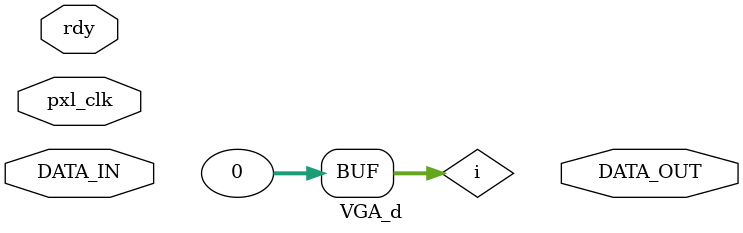
<source format=v>
module VGA_d(
    input  [7:0] DATA_IN, 
    output [7:0] DATA_OUT, 
    input pxl_clk,
    input rdy);
    
integer i = 0;

//TODO: everything
always @(posedge pxl_clk) begin
    if (rdy == 1'b1) begin
    end
end
endmodule
</source>
